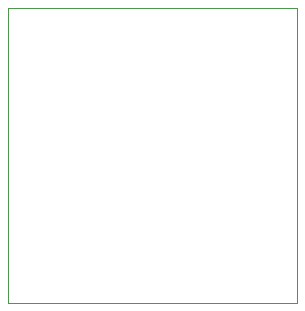
<source format=gbr>
G04 #@! TF.FileFunction,Profile,NP*
%FSLAX46Y46*%
G04 Gerber Fmt 4.6, Leading zero omitted, Abs format (unit mm)*
G04 Created by KiCad (PCBNEW (after 2015-may-25 BZR unknown)-product) date Thu 04 Jun 2015 12:18:02 PM PDT*
%MOMM*%
G01*
G04 APERTURE LIST*
%ADD10C,0.100000*%
G04 APERTURE END LIST*
D10*
X137500000Y-86957000D02*
X162000000Y-86957000D01*
X162000000Y-111957000D02*
X162000000Y-86957000D01*
X162000000Y-111957000D02*
X137500000Y-111957000D01*
X137500000Y-86957000D02*
X137500000Y-111957000D01*
M02*

</source>
